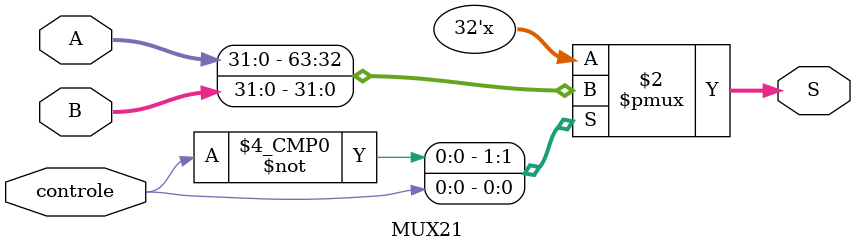
<source format=v>
module MUX21(A, B, controle, S);
  input[31:0] A, B;
  input controle;
  output reg[31:0] S;
  
  always@(controle)
    begin
      case(controle)
        0: S <= A;
        1: S <= B;
      endcase
    end
  
endmodule

</source>
